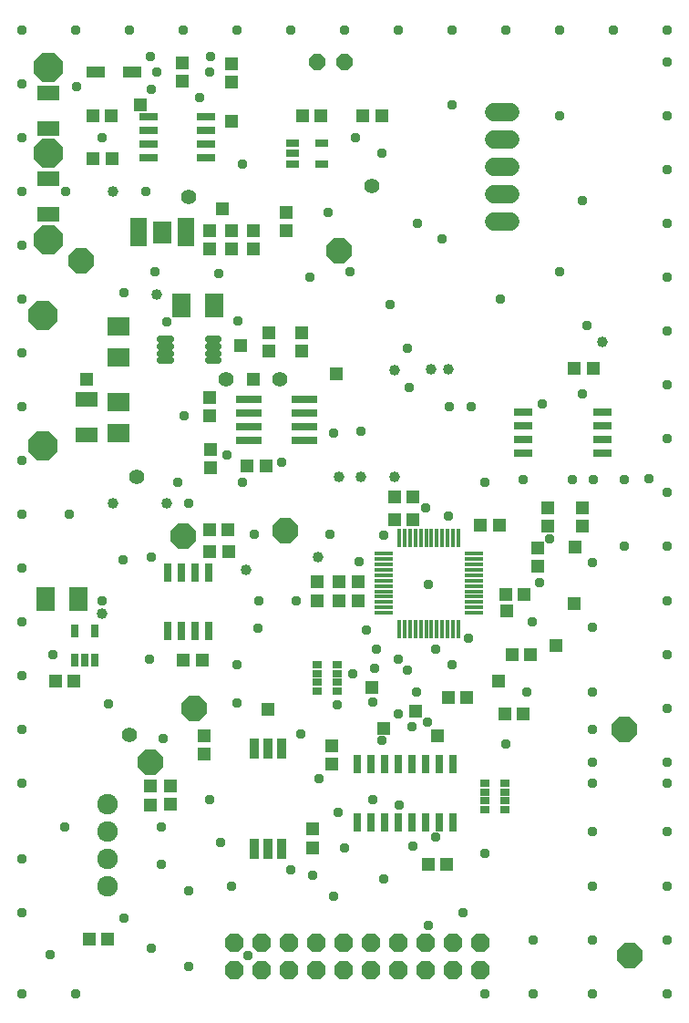
<source format=gbr>
G04 EAGLE Gerber X2 export*
%TF.Part,Single*%
%TF.FileFunction,Soldermask,Top,1*%
%TF.FilePolarity,Positive*%
%TF.GenerationSoftware,Autodesk,EAGLE,9.3.1*%
%TF.CreationDate,2020-03-19T14:02:17Z*%
G75*
%MOMM*%
%FSLAX36Y36*%
%LPD*%
%INSoldermask Top*%
%AMOC8*
5,1,8,0,0,1.08239X$1,22.5*%
G01*
%ADD10R,1.253200X1.283200*%
%ADD11R,1.283200X1.253200*%
%ADD12R,1.703200X2.203200*%
%ADD13R,1.741400X0.771200*%
%ADD14R,1.803200X1.003200*%
%ADD15R,2.403200X0.803200*%
%ADD16R,0.853200X1.853200*%
%ADD17P,1.869504X8X202.500000*%
%ADD18C,1.727200*%
%ADD19P,1.649562X8X202.500000*%
%ADD20R,1.303200X1.203200*%
%ADD21R,1.203200X1.303200*%
%ADD22R,0.811800X0.672800*%
%ADD23R,1.665200X0.442600*%
%ADD24R,0.442600X1.665200*%
%ADD25R,0.671200X1.175500*%
%ADD26R,0.771200X1.658100*%
%ADD27C,1.917700*%
%ADD28C,0.653200*%
%ADD29R,1.531100X0.644200*%
%ADD30R,1.773200X2.093200*%
%ADD31R,1.716000X0.745800*%
%ADD32R,1.175500X0.671200*%
%ADD33R,2.003200X1.403200*%
%ADD34P,2.969212X8X22.500000*%
%ADD35R,1.203200X1.203200*%
%ADD36P,2.556822X8X22.500000*%
%ADD37R,2.006200X1.803200*%
%ADD38C,0.959600*%
%ADD39C,1.403200*%
%ADD40C,1.009600*%


D10*
X35115000Y44460000D03*
X36865000Y44460000D03*
D11*
X27940000Y38721000D03*
X27940000Y36971000D03*
X29960000Y38719000D03*
X29960000Y36969000D03*
X31750000Y38721000D03*
X31750000Y36971000D03*
D10*
X21455000Y49460000D03*
X23205000Y49460000D03*
D12*
X18380000Y64400000D03*
X15380000Y64400000D03*
D10*
X53625000Y58540000D03*
X51875000Y58540000D03*
D11*
X27540000Y14033000D03*
X27540000Y15783000D03*
X29333000Y23539000D03*
X29333000Y21789000D03*
D12*
X5745000Y37107000D03*
X2745000Y37107000D03*
D10*
X17944000Y43580000D03*
X19694000Y43580000D03*
X17955000Y41540000D03*
X19705000Y41540000D03*
X15555000Y31460000D03*
X17305000Y31460000D03*
X8525000Y5540000D03*
X6775000Y5540000D03*
D11*
X12463000Y19785000D03*
X12463000Y18035000D03*
X14361000Y19788000D03*
X14361000Y18038000D03*
D10*
X35125000Y46627000D03*
X36875000Y46627000D03*
D13*
X12260300Y81885000D03*
X12260300Y80615000D03*
X12260300Y79345000D03*
X12260300Y78075000D03*
X17619700Y78075000D03*
X17619700Y79345000D03*
X17619700Y80615000D03*
X17619700Y81885000D03*
D14*
X7351000Y86094000D03*
X10751000Y86094000D03*
D15*
X26790000Y53095000D03*
X21590000Y53095000D03*
X26790000Y51825000D03*
X26790000Y54365000D03*
X26790000Y55635000D03*
X21590000Y51825000D03*
X21590000Y54365000D03*
X21590000Y55635000D03*
D16*
X24639000Y23217000D03*
X23369000Y23217000D03*
X22099000Y23217000D03*
X22099000Y13917000D03*
X23369000Y13917000D03*
X24639000Y13917000D03*
D17*
X43100000Y2690000D03*
X40560000Y2690000D03*
X38020000Y2690000D03*
X35480000Y2690000D03*
X32940000Y2690000D03*
X30400000Y2690000D03*
X27860000Y2690000D03*
X25320000Y2690000D03*
X22780000Y2690000D03*
X20240000Y2690000D03*
X43100000Y5230000D03*
X40560000Y5230000D03*
X38020000Y5230000D03*
X35480000Y5230000D03*
X32940000Y5230000D03*
X30400000Y5230000D03*
X27860000Y5230000D03*
X25320000Y5230000D03*
X22780000Y5230000D03*
X20240000Y5230000D03*
D18*
X44408000Y72200000D02*
X45932000Y72200000D01*
X45932000Y74740000D02*
X44408000Y74740000D01*
X44408000Y77280000D02*
X45932000Y77280000D01*
X45932000Y79820000D02*
X44408000Y79820000D01*
X44408000Y82360000D02*
X45932000Y82360000D01*
D19*
X30530000Y87020000D03*
X27990000Y87020000D03*
D20*
X48450000Y41890000D03*
X48450000Y40190000D03*
X49403000Y45580000D03*
X49403000Y43880000D03*
X52597000Y43886000D03*
X52597000Y45586000D03*
D21*
X46046000Y31980000D03*
X47746000Y31980000D03*
X45480000Y37530000D03*
X47180000Y37530000D03*
X47100000Y26470000D03*
X45400000Y26470000D03*
X38320000Y12530000D03*
X40020000Y12530000D03*
D20*
X17470000Y22740000D03*
X17470000Y24440000D03*
D22*
X43527200Y20018200D03*
X43527200Y19205400D03*
X43527200Y18392600D03*
X43527200Y17579800D03*
X45418800Y17579800D03*
X45418800Y18392600D03*
X45418800Y19205400D03*
X45418800Y20018200D03*
X29855800Y28600800D03*
X29855800Y29413600D03*
X29855800Y30226400D03*
X29855800Y31039200D03*
X27964200Y31039200D03*
X27964200Y30226400D03*
X27964200Y29413600D03*
X27964200Y28600800D03*
D21*
X32235163Y82030000D03*
X33935163Y82030000D03*
D23*
X34113600Y41340000D03*
X34113600Y40840000D03*
X34113600Y40340000D03*
X34113600Y39840000D03*
X34113600Y39340000D03*
X34113600Y38840000D03*
X34113600Y38340000D03*
X34113600Y37840000D03*
X34113600Y37340000D03*
X34113600Y36840000D03*
X34113600Y36340000D03*
X34113600Y35840000D03*
D24*
X35580000Y34373600D03*
X36080000Y34373600D03*
X36580000Y34373600D03*
X37080000Y34373600D03*
X37580000Y34373600D03*
X38080000Y34373600D03*
X38580000Y34373600D03*
X39080000Y34373600D03*
X39580000Y34373600D03*
X40080000Y34373600D03*
X40580000Y34373600D03*
X41080000Y34373600D03*
D23*
X42546400Y35840000D03*
X42546400Y36340000D03*
X42546400Y36840000D03*
X42546400Y37340000D03*
X42546400Y37840000D03*
X42546400Y38340000D03*
X42546400Y38840000D03*
X42546400Y39340000D03*
X42546400Y39840000D03*
X42546400Y40340000D03*
X42546400Y40840000D03*
X42546400Y41340000D03*
D24*
X41080000Y42806400D03*
X40580000Y42806400D03*
X40080000Y42806400D03*
X39580000Y42806400D03*
X39080000Y42806400D03*
X38580000Y42806400D03*
X38080000Y42806400D03*
X37580000Y42806400D03*
X37080000Y42806400D03*
X36580000Y42806400D03*
X36080000Y42806400D03*
X35580000Y42806400D03*
D25*
X5440000Y31427550D03*
X6390000Y31427550D03*
X7340000Y31427550D03*
X7340000Y34152450D03*
X5440000Y34152450D03*
D26*
X14115000Y34148653D03*
X15385000Y34148653D03*
X16655000Y34148653D03*
X17925000Y34148653D03*
X17925000Y39591347D03*
X16655000Y39591347D03*
X15385000Y39591347D03*
X14115000Y39591347D03*
D27*
X8490000Y10500000D03*
X8490000Y13040000D03*
X8490000Y15580000D03*
X8490000Y18120000D03*
D28*
X13415000Y61245000D02*
X14315000Y61245000D01*
X14315000Y60594997D02*
X13415000Y60594997D01*
X13415000Y59945000D02*
X14315000Y59945000D01*
X14315000Y59294997D02*
X13415000Y59294997D01*
X17865003Y59294997D02*
X18765003Y59294997D01*
X18765003Y59945000D02*
X17865003Y59945000D01*
X17865003Y60594997D02*
X18765003Y60594997D01*
X18765003Y61245000D02*
X17865003Y61245000D01*
D29*
X11366653Y72155000D03*
X11366653Y71505000D03*
X11366653Y70855000D03*
X11366653Y70205000D03*
X15793347Y70205000D03*
X15793347Y70855000D03*
X15793347Y71505000D03*
X15793347Y72155000D03*
D30*
X13580000Y71180000D03*
D31*
X47135100Y54455000D03*
X47135100Y53185000D03*
X47135100Y51915000D03*
X47135100Y50645000D03*
X54424900Y50645000D03*
X54424900Y51915000D03*
X54424900Y53185000D03*
X54424900Y54455000D03*
D26*
X31705000Y16398653D03*
X32975000Y16398653D03*
X34245000Y16398653D03*
X35515000Y16398653D03*
X36785000Y16398653D03*
X38055000Y16398653D03*
X39325000Y16398653D03*
X40595000Y16398653D03*
X40595000Y21841347D03*
X39325000Y21841347D03*
X38055000Y21841347D03*
X36785000Y21841347D03*
X35515000Y21841347D03*
X34245000Y21841347D03*
X32975000Y21841347D03*
X31705000Y21841347D03*
D10*
X26565000Y81991000D03*
X28315000Y81991000D03*
D32*
X25637550Y79450000D03*
X25637550Y78500000D03*
X25637550Y77550000D03*
X28362450Y77550000D03*
X28362450Y79450000D03*
D20*
X25120000Y73040000D03*
X25120000Y71340000D03*
D11*
X18000000Y71375000D03*
X18000000Y69625000D03*
X20000000Y71375000D03*
X20000000Y69625000D03*
X22000000Y71375000D03*
X22000000Y69625000D03*
D10*
X8875000Y78000000D03*
X7125000Y78000000D03*
D33*
X6500000Y55650000D03*
X6500000Y52350000D03*
X3000000Y84150000D03*
X3000000Y80850000D03*
X3000000Y72850000D03*
X3000000Y76150000D03*
D34*
X2500000Y51381000D03*
X2500000Y63500000D03*
X3000000Y86500000D03*
X3000000Y78500000D03*
X3000000Y70500000D03*
D10*
X40125000Y28000000D03*
X41875000Y28000000D03*
X43125000Y44000000D03*
X44875000Y44000000D03*
D35*
X34163000Y25078000D03*
X33020000Y28928000D03*
X37084000Y26682000D03*
X39108000Y24444000D03*
X22000000Y57500000D03*
X6500000Y57500000D03*
X20828000Y60704000D03*
X29750000Y58061000D03*
X11500000Y83000000D03*
X20000000Y81500000D03*
X19177000Y73383000D03*
X44831000Y29481000D03*
X45593000Y35998000D03*
X51943000Y41920000D03*
X50173000Y32832000D03*
X51816000Y36666000D03*
X23373000Y26884000D03*
D36*
X12500000Y22000000D03*
X16500000Y27000000D03*
X15500000Y43000000D03*
X56500000Y25000000D03*
X57000000Y4000000D03*
X30000000Y69500000D03*
X6000000Y68500000D03*
X25000000Y43500000D03*
D20*
X18027550Y50999206D03*
X18027550Y49299206D03*
X18000000Y55850000D03*
X18000000Y54150000D03*
X23500000Y61850000D03*
X23500000Y60150000D03*
X26500000Y60150000D03*
X26500000Y61850000D03*
D21*
X7150000Y82000000D03*
X8850000Y82000000D03*
D20*
X15443444Y86880328D03*
X15443444Y85180328D03*
X20000000Y86850000D03*
X20000000Y85150000D03*
D10*
X5375000Y29500000D03*
X3625000Y29500000D03*
D37*
X9500000Y62422000D03*
X9500000Y59578000D03*
X9500000Y55422000D03*
X9500000Y52578000D03*
D38*
X22500000Y37000000D03*
X26000000Y37000000D03*
X16000000Y10000000D03*
X16000000Y3000000D03*
X43500000Y500000D03*
X500000Y13000000D03*
X500000Y8000000D03*
X500000Y500000D03*
X5500000Y500000D03*
X60500000Y500000D03*
X53500000Y500000D03*
X48000000Y500000D03*
X60500000Y5500000D03*
X60500000Y10500000D03*
X60500000Y15500000D03*
X60500000Y20000000D03*
X53500000Y20000000D03*
X53500000Y15500000D03*
X53500000Y10500000D03*
X53500000Y5500000D03*
X43500000Y13500000D03*
X41500000Y8000000D03*
X29500000Y9500000D03*
X20000000Y10500000D03*
X13500000Y12500000D03*
X34163000Y11176000D03*
X36874000Y14146000D03*
X48000000Y5500000D03*
X19000000Y14500000D03*
X21500000Y4000000D03*
X30500000Y14000000D03*
X39000000Y15000000D03*
X12573000Y4699000D03*
X3121000Y4136000D03*
X29900000Y17300000D03*
X38300000Y6800000D03*
X25500000Y12000000D03*
X33084000Y18486000D03*
X35584000Y17986000D03*
D39*
X19500000Y57500000D03*
X24500000Y57500000D03*
D40*
X21372500Y39872500D03*
X28067000Y41000000D03*
D38*
X20500000Y31000000D03*
X20500000Y27500000D03*
X42270000Y54990000D03*
X40242400Y55000000D03*
X53500000Y25000000D03*
X53500000Y28500000D03*
X53500000Y34500000D03*
X53500000Y40500000D03*
X53594000Y48260000D03*
X47135100Y48260000D03*
X51689000Y48260000D03*
X56515000Y48260000D03*
X53500000Y22000000D03*
X4625000Y75000000D03*
X18000000Y18500000D03*
X60500000Y22000000D03*
X60500000Y27000000D03*
X60500000Y32000000D03*
X60500000Y37000000D03*
X60500000Y42000000D03*
X60500000Y47000000D03*
X60500000Y52000000D03*
X60500000Y57000000D03*
X60500000Y62000000D03*
X60500000Y67000000D03*
X60500000Y72000000D03*
X60500000Y77000000D03*
X60500000Y82000000D03*
X60500000Y87000000D03*
X60500000Y90000000D03*
X55500000Y90000000D03*
X50500000Y90000000D03*
X45500000Y90000000D03*
X40500000Y90000000D03*
X35500000Y90000000D03*
X30500000Y90000000D03*
X25500000Y90000000D03*
X20500000Y90000000D03*
X15500000Y90000000D03*
X10500000Y90000000D03*
X5500000Y90000000D03*
X500000Y90000000D03*
X500000Y85000000D03*
X500000Y80000000D03*
X500000Y75000000D03*
X500000Y70000000D03*
X500000Y65000000D03*
X500000Y60000000D03*
X500000Y55000000D03*
X500000Y50000000D03*
X500000Y45000000D03*
X500000Y40000000D03*
X500000Y35000000D03*
X500000Y30000000D03*
X500000Y25000000D03*
X500000Y20000000D03*
X4500000Y16000000D03*
X12000000Y75000000D03*
X40500000Y83000000D03*
X50500000Y82000000D03*
X50500000Y67500000D03*
X45000000Y65000000D03*
X43500000Y48000000D03*
X56500000Y42000000D03*
X42037000Y33528000D03*
X38264000Y38509000D03*
X27264000Y67009000D03*
X34764000Y64509000D03*
X34173000Y43062000D03*
X29129000Y43115000D03*
X22129000Y43115000D03*
X12513000Y40982000D03*
X9903000Y40803000D03*
X10050000Y65599000D03*
X12920000Y67499000D03*
X4920000Y44999000D03*
X3420000Y31999000D03*
X12420000Y31499000D03*
X26463000Y24637000D03*
X45463000Y23637000D03*
X58764000Y48270000D03*
X29500000Y52500000D03*
X32004000Y52705000D03*
X24642000Y49862000D03*
X13993000Y62846000D03*
X17018000Y83693000D03*
X33110000Y27569000D03*
X37174000Y28458000D03*
X38190000Y25672000D03*
X38063000Y45603000D03*
X37274000Y71985000D03*
X12591000Y84464000D03*
X28091000Y20464000D03*
X22443000Y34381000D03*
X40181400Y44831000D03*
X8000000Y80000000D03*
X21000000Y77500000D03*
X31500000Y80000000D03*
X19558000Y50546000D03*
X20632000Y62911000D03*
X18801000Y67348000D03*
X8564000Y27407000D03*
X47917000Y35004000D03*
X47417000Y28504000D03*
X52622000Y56138000D03*
X52622000Y74138000D03*
X13622000Y24138000D03*
X15622000Y54138000D03*
X49584000Y42686000D03*
X48584000Y38686000D03*
X13500000Y16000000D03*
X5588000Y84709000D03*
X48895000Y55245000D03*
X53000000Y62500000D03*
X31879000Y40628000D03*
X36512000Y56745000D03*
X36334000Y60443000D03*
X12500000Y87500000D03*
X18091000Y87464000D03*
D40*
X9000000Y75000000D03*
X7937500Y35750500D03*
X35125000Y58375000D03*
X9000000Y46000000D03*
X14000000Y46000000D03*
X30000000Y48500000D03*
X32000000Y48500000D03*
X35125000Y48500000D03*
X38528600Y58500000D03*
X40155600Y58500000D03*
X54424900Y61000000D03*
D38*
X16000000Y46000000D03*
X8000000Y37000000D03*
D39*
X10500000Y24500000D03*
X33000000Y75500000D03*
X11200000Y48500000D03*
X16000000Y74500000D03*
D38*
X27500000Y11500000D03*
X10000000Y7500000D03*
X21000000Y48000000D03*
X15000000Y48000000D03*
X35500000Y26500000D03*
X35500000Y31500000D03*
X33500000Y32500000D03*
X39000000Y32500000D03*
X31242000Y30226000D03*
X36785000Y25285000D03*
X13030000Y86040000D03*
X17980000Y86030000D03*
D40*
X13084000Y65417000D03*
D38*
X33274000Y30734000D03*
X29000000Y73000000D03*
X40500000Y31000000D03*
X34000000Y78500000D03*
X39552500Y70540500D03*
X29845000Y27305000D03*
X34000000Y24000000D03*
X32512000Y34290000D03*
X31000000Y67500000D03*
X36300000Y30500000D03*
M02*

</source>
